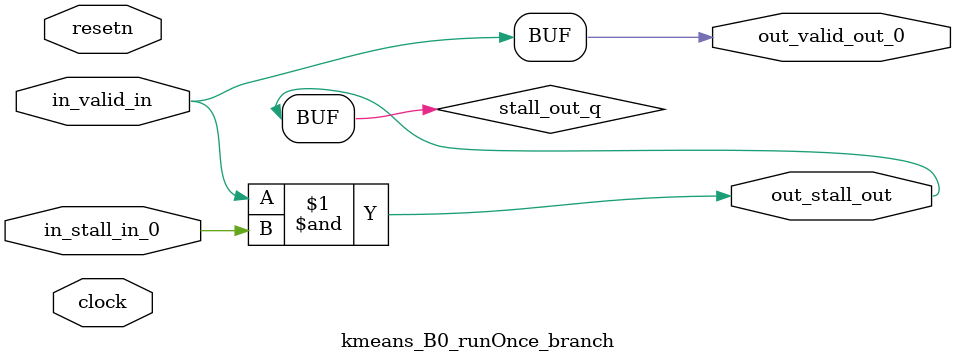
<source format=sv>



(* altera_attribute = "-name AUTO_SHIFT_REGISTER_RECOGNITION OFF; -name MESSAGE_DISABLE 10036; -name MESSAGE_DISABLE 10037; -name MESSAGE_DISABLE 14130; -name MESSAGE_DISABLE 14320; -name MESSAGE_DISABLE 15400; -name MESSAGE_DISABLE 14130; -name MESSAGE_DISABLE 10036; -name MESSAGE_DISABLE 12020; -name MESSAGE_DISABLE 12030; -name MESSAGE_DISABLE 12010; -name MESSAGE_DISABLE 12110; -name MESSAGE_DISABLE 14320; -name MESSAGE_DISABLE 13410; -name MESSAGE_DISABLE 113007; -name MESSAGE_DISABLE 10958" *)
module kmeans_B0_runOnce_branch (
    input wire [0:0] in_stall_in_0,
    input wire [0:0] in_valid_in,
    output wire [0:0] out_stall_out,
    output wire [0:0] out_valid_out_0,
    input wire clock,
    input wire resetn
    );

    wire [0:0] stall_out_q;


    // stall_out(LOGICAL,6)
    assign stall_out_q = in_valid_in & in_stall_in_0;

    // out_stall_out(GPOUT,4)
    assign out_stall_out = stall_out_q;

    // out_valid_out_0(GPOUT,5)
    assign out_valid_out_0 = in_valid_in;

endmodule

</source>
